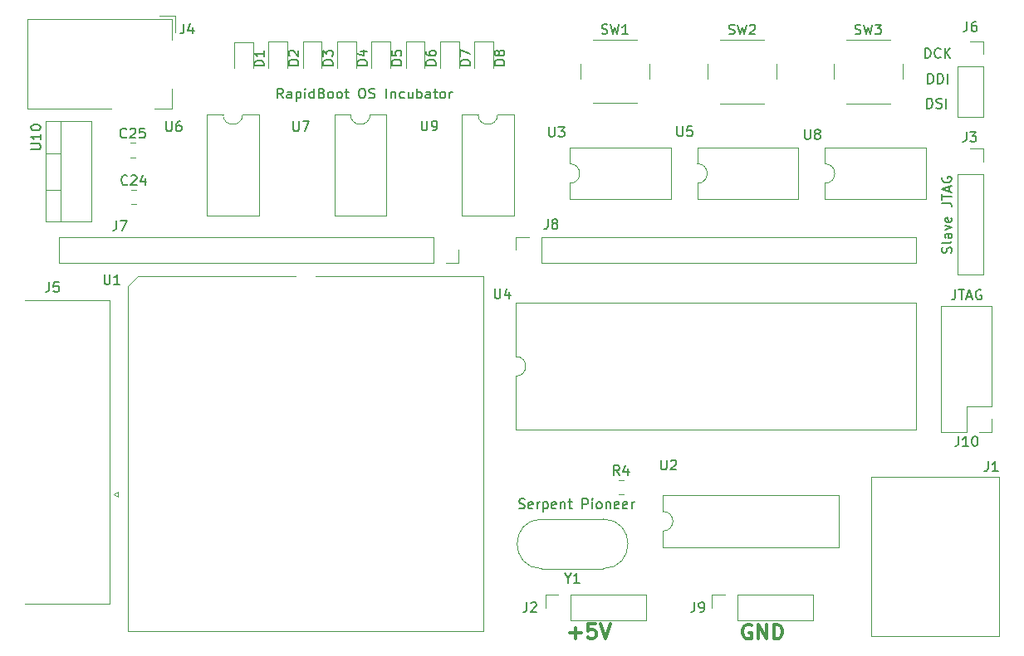
<source format=gbr>
%TF.GenerationSoftware,KiCad,Pcbnew,(5.1.10)-1*%
%TF.CreationDate,2022-03-07T13:38:47+08:00*%
%TF.ProjectId,MAX7000-GPU,4d415837-3030-4302-9d47-50552e6b6963,rev?*%
%TF.SameCoordinates,Original*%
%TF.FileFunction,Legend,Top*%
%TF.FilePolarity,Positive*%
%FSLAX46Y46*%
G04 Gerber Fmt 4.6, Leading zero omitted, Abs format (unit mm)*
G04 Created by KiCad (PCBNEW (5.1.10)-1) date 2022-03-07 13:38:47*
%MOMM*%
%LPD*%
G01*
G04 APERTURE LIST*
%ADD10C,0.150000*%
%ADD11C,0.300000*%
%ADD12C,0.120000*%
G04 APERTURE END LIST*
D10*
X274554761Y-74280952D02*
X274602380Y-74138095D01*
X274602380Y-73900000D01*
X274554761Y-73804761D01*
X274507142Y-73757142D01*
X274411904Y-73709523D01*
X274316666Y-73709523D01*
X274221428Y-73757142D01*
X274173809Y-73804761D01*
X274126190Y-73900000D01*
X274078571Y-74090476D01*
X274030952Y-74185714D01*
X273983333Y-74233333D01*
X273888095Y-74280952D01*
X273792857Y-74280952D01*
X273697619Y-74233333D01*
X273650000Y-74185714D01*
X273602380Y-74090476D01*
X273602380Y-73852380D01*
X273650000Y-73709523D01*
X274602380Y-73138095D02*
X274554761Y-73233333D01*
X274459523Y-73280952D01*
X273602380Y-73280952D01*
X274602380Y-72328571D02*
X274078571Y-72328571D01*
X273983333Y-72376190D01*
X273935714Y-72471428D01*
X273935714Y-72661904D01*
X273983333Y-72757142D01*
X274554761Y-72328571D02*
X274602380Y-72423809D01*
X274602380Y-72661904D01*
X274554761Y-72757142D01*
X274459523Y-72804761D01*
X274364285Y-72804761D01*
X274269047Y-72757142D01*
X274221428Y-72661904D01*
X274221428Y-72423809D01*
X274173809Y-72328571D01*
X273935714Y-71947619D02*
X274602380Y-71709523D01*
X273935714Y-71471428D01*
X274554761Y-70709523D02*
X274602380Y-70804761D01*
X274602380Y-70995238D01*
X274554761Y-71090476D01*
X274459523Y-71138095D01*
X274078571Y-71138095D01*
X273983333Y-71090476D01*
X273935714Y-70995238D01*
X273935714Y-70804761D01*
X273983333Y-70709523D01*
X274078571Y-70661904D01*
X274173809Y-70661904D01*
X274269047Y-71138095D01*
X273602380Y-69185714D02*
X274316666Y-69185714D01*
X274459523Y-69233333D01*
X274554761Y-69328571D01*
X274602380Y-69471428D01*
X274602380Y-69566666D01*
X273602380Y-68852380D02*
X273602380Y-68280952D01*
X274602380Y-68566666D02*
X273602380Y-68566666D01*
X274316666Y-67995238D02*
X274316666Y-67519047D01*
X274602380Y-68090476D02*
X273602380Y-67757142D01*
X274602380Y-67423809D01*
X273650000Y-66566666D02*
X273602380Y-66661904D01*
X273602380Y-66804761D01*
X273650000Y-66947619D01*
X273745238Y-67042857D01*
X273840476Y-67090476D01*
X274030952Y-67138095D01*
X274173809Y-67138095D01*
X274364285Y-67090476D01*
X274459523Y-67042857D01*
X274554761Y-66947619D01*
X274602380Y-66804761D01*
X274602380Y-66709523D01*
X274554761Y-66566666D01*
X274507142Y-66519047D01*
X274173809Y-66519047D01*
X274173809Y-66709523D01*
X206438095Y-58502380D02*
X206104761Y-58026190D01*
X205866666Y-58502380D02*
X205866666Y-57502380D01*
X206247619Y-57502380D01*
X206342857Y-57550000D01*
X206390476Y-57597619D01*
X206438095Y-57692857D01*
X206438095Y-57835714D01*
X206390476Y-57930952D01*
X206342857Y-57978571D01*
X206247619Y-58026190D01*
X205866666Y-58026190D01*
X207295238Y-58502380D02*
X207295238Y-57978571D01*
X207247619Y-57883333D01*
X207152380Y-57835714D01*
X206961904Y-57835714D01*
X206866666Y-57883333D01*
X207295238Y-58454761D02*
X207200000Y-58502380D01*
X206961904Y-58502380D01*
X206866666Y-58454761D01*
X206819047Y-58359523D01*
X206819047Y-58264285D01*
X206866666Y-58169047D01*
X206961904Y-58121428D01*
X207200000Y-58121428D01*
X207295238Y-58073809D01*
X207771428Y-57835714D02*
X207771428Y-58835714D01*
X207771428Y-57883333D02*
X207866666Y-57835714D01*
X208057142Y-57835714D01*
X208152380Y-57883333D01*
X208200000Y-57930952D01*
X208247619Y-58026190D01*
X208247619Y-58311904D01*
X208200000Y-58407142D01*
X208152380Y-58454761D01*
X208057142Y-58502380D01*
X207866666Y-58502380D01*
X207771428Y-58454761D01*
X208676190Y-58502380D02*
X208676190Y-57835714D01*
X208676190Y-57502380D02*
X208628571Y-57550000D01*
X208676190Y-57597619D01*
X208723809Y-57550000D01*
X208676190Y-57502380D01*
X208676190Y-57597619D01*
X209580952Y-58502380D02*
X209580952Y-57502380D01*
X209580952Y-58454761D02*
X209485714Y-58502380D01*
X209295238Y-58502380D01*
X209200000Y-58454761D01*
X209152380Y-58407142D01*
X209104761Y-58311904D01*
X209104761Y-58026190D01*
X209152380Y-57930952D01*
X209200000Y-57883333D01*
X209295238Y-57835714D01*
X209485714Y-57835714D01*
X209580952Y-57883333D01*
X210390476Y-57978571D02*
X210533333Y-58026190D01*
X210580952Y-58073809D01*
X210628571Y-58169047D01*
X210628571Y-58311904D01*
X210580952Y-58407142D01*
X210533333Y-58454761D01*
X210438095Y-58502380D01*
X210057142Y-58502380D01*
X210057142Y-57502380D01*
X210390476Y-57502380D01*
X210485714Y-57550000D01*
X210533333Y-57597619D01*
X210580952Y-57692857D01*
X210580952Y-57788095D01*
X210533333Y-57883333D01*
X210485714Y-57930952D01*
X210390476Y-57978571D01*
X210057142Y-57978571D01*
X211200000Y-58502380D02*
X211104761Y-58454761D01*
X211057142Y-58407142D01*
X211009523Y-58311904D01*
X211009523Y-58026190D01*
X211057142Y-57930952D01*
X211104761Y-57883333D01*
X211200000Y-57835714D01*
X211342857Y-57835714D01*
X211438095Y-57883333D01*
X211485714Y-57930952D01*
X211533333Y-58026190D01*
X211533333Y-58311904D01*
X211485714Y-58407142D01*
X211438095Y-58454761D01*
X211342857Y-58502380D01*
X211200000Y-58502380D01*
X212104761Y-58502380D02*
X212009523Y-58454761D01*
X211961904Y-58407142D01*
X211914285Y-58311904D01*
X211914285Y-58026190D01*
X211961904Y-57930952D01*
X212009523Y-57883333D01*
X212104761Y-57835714D01*
X212247619Y-57835714D01*
X212342857Y-57883333D01*
X212390476Y-57930952D01*
X212438095Y-58026190D01*
X212438095Y-58311904D01*
X212390476Y-58407142D01*
X212342857Y-58454761D01*
X212247619Y-58502380D01*
X212104761Y-58502380D01*
X212723809Y-57835714D02*
X213104761Y-57835714D01*
X212866666Y-57502380D02*
X212866666Y-58359523D01*
X212914285Y-58454761D01*
X213009523Y-58502380D01*
X213104761Y-58502380D01*
X214390476Y-57502380D02*
X214580952Y-57502380D01*
X214676190Y-57550000D01*
X214771428Y-57645238D01*
X214819047Y-57835714D01*
X214819047Y-58169047D01*
X214771428Y-58359523D01*
X214676190Y-58454761D01*
X214580952Y-58502380D01*
X214390476Y-58502380D01*
X214295238Y-58454761D01*
X214200000Y-58359523D01*
X214152380Y-58169047D01*
X214152380Y-57835714D01*
X214200000Y-57645238D01*
X214295238Y-57550000D01*
X214390476Y-57502380D01*
X215200000Y-58454761D02*
X215342857Y-58502380D01*
X215580952Y-58502380D01*
X215676190Y-58454761D01*
X215723809Y-58407142D01*
X215771428Y-58311904D01*
X215771428Y-58216666D01*
X215723809Y-58121428D01*
X215676190Y-58073809D01*
X215580952Y-58026190D01*
X215390476Y-57978571D01*
X215295238Y-57930952D01*
X215247619Y-57883333D01*
X215200000Y-57788095D01*
X215200000Y-57692857D01*
X215247619Y-57597619D01*
X215295238Y-57550000D01*
X215390476Y-57502380D01*
X215628571Y-57502380D01*
X215771428Y-57550000D01*
X216961904Y-58502380D02*
X216961904Y-57502380D01*
X217438095Y-57835714D02*
X217438095Y-58502380D01*
X217438095Y-57930952D02*
X217485714Y-57883333D01*
X217580952Y-57835714D01*
X217723809Y-57835714D01*
X217819047Y-57883333D01*
X217866666Y-57978571D01*
X217866666Y-58502380D01*
X218771428Y-58454761D02*
X218676190Y-58502380D01*
X218485714Y-58502380D01*
X218390476Y-58454761D01*
X218342857Y-58407142D01*
X218295238Y-58311904D01*
X218295238Y-58026190D01*
X218342857Y-57930952D01*
X218390476Y-57883333D01*
X218485714Y-57835714D01*
X218676190Y-57835714D01*
X218771428Y-57883333D01*
X219628571Y-57835714D02*
X219628571Y-58502380D01*
X219200000Y-57835714D02*
X219200000Y-58359523D01*
X219247619Y-58454761D01*
X219342857Y-58502380D01*
X219485714Y-58502380D01*
X219580952Y-58454761D01*
X219628571Y-58407142D01*
X220104761Y-58502380D02*
X220104761Y-57502380D01*
X220104761Y-57883333D02*
X220200000Y-57835714D01*
X220390476Y-57835714D01*
X220485714Y-57883333D01*
X220533333Y-57930952D01*
X220580952Y-58026190D01*
X220580952Y-58311904D01*
X220533333Y-58407142D01*
X220485714Y-58454761D01*
X220390476Y-58502380D01*
X220200000Y-58502380D01*
X220104761Y-58454761D01*
X221438095Y-58502380D02*
X221438095Y-57978571D01*
X221390476Y-57883333D01*
X221295238Y-57835714D01*
X221104761Y-57835714D01*
X221009523Y-57883333D01*
X221438095Y-58454761D02*
X221342857Y-58502380D01*
X221104761Y-58502380D01*
X221009523Y-58454761D01*
X220961904Y-58359523D01*
X220961904Y-58264285D01*
X221009523Y-58169047D01*
X221104761Y-58121428D01*
X221342857Y-58121428D01*
X221438095Y-58073809D01*
X221771428Y-57835714D02*
X222152380Y-57835714D01*
X221914285Y-57502380D02*
X221914285Y-58359523D01*
X221961904Y-58454761D01*
X222057142Y-58502380D01*
X222152380Y-58502380D01*
X222628571Y-58502380D02*
X222533333Y-58454761D01*
X222485714Y-58407142D01*
X222438095Y-58311904D01*
X222438095Y-58026190D01*
X222485714Y-57930952D01*
X222533333Y-57883333D01*
X222628571Y-57835714D01*
X222771428Y-57835714D01*
X222866666Y-57883333D01*
X222914285Y-57930952D01*
X222961904Y-58026190D01*
X222961904Y-58311904D01*
X222914285Y-58407142D01*
X222866666Y-58454761D01*
X222771428Y-58502380D01*
X222628571Y-58502380D01*
X223390476Y-58502380D02*
X223390476Y-57835714D01*
X223390476Y-58026190D02*
X223438095Y-57930952D01*
X223485714Y-57883333D01*
X223580952Y-57835714D01*
X223676190Y-57835714D01*
X230491666Y-100354761D02*
X230634523Y-100402380D01*
X230872619Y-100402380D01*
X230967857Y-100354761D01*
X231015476Y-100307142D01*
X231063095Y-100211904D01*
X231063095Y-100116666D01*
X231015476Y-100021428D01*
X230967857Y-99973809D01*
X230872619Y-99926190D01*
X230682142Y-99878571D01*
X230586904Y-99830952D01*
X230539285Y-99783333D01*
X230491666Y-99688095D01*
X230491666Y-99592857D01*
X230539285Y-99497619D01*
X230586904Y-99450000D01*
X230682142Y-99402380D01*
X230920238Y-99402380D01*
X231063095Y-99450000D01*
X231872619Y-100354761D02*
X231777380Y-100402380D01*
X231586904Y-100402380D01*
X231491666Y-100354761D01*
X231444047Y-100259523D01*
X231444047Y-99878571D01*
X231491666Y-99783333D01*
X231586904Y-99735714D01*
X231777380Y-99735714D01*
X231872619Y-99783333D01*
X231920238Y-99878571D01*
X231920238Y-99973809D01*
X231444047Y-100069047D01*
X232348809Y-100402380D02*
X232348809Y-99735714D01*
X232348809Y-99926190D02*
X232396428Y-99830952D01*
X232444047Y-99783333D01*
X232539285Y-99735714D01*
X232634523Y-99735714D01*
X232967857Y-99735714D02*
X232967857Y-100735714D01*
X232967857Y-99783333D02*
X233063095Y-99735714D01*
X233253571Y-99735714D01*
X233348809Y-99783333D01*
X233396428Y-99830952D01*
X233444047Y-99926190D01*
X233444047Y-100211904D01*
X233396428Y-100307142D01*
X233348809Y-100354761D01*
X233253571Y-100402380D01*
X233063095Y-100402380D01*
X232967857Y-100354761D01*
X234253571Y-100354761D02*
X234158333Y-100402380D01*
X233967857Y-100402380D01*
X233872619Y-100354761D01*
X233825000Y-100259523D01*
X233825000Y-99878571D01*
X233872619Y-99783333D01*
X233967857Y-99735714D01*
X234158333Y-99735714D01*
X234253571Y-99783333D01*
X234301190Y-99878571D01*
X234301190Y-99973809D01*
X233825000Y-100069047D01*
X234729761Y-99735714D02*
X234729761Y-100402380D01*
X234729761Y-99830952D02*
X234777380Y-99783333D01*
X234872619Y-99735714D01*
X235015476Y-99735714D01*
X235110714Y-99783333D01*
X235158333Y-99878571D01*
X235158333Y-100402380D01*
X235491666Y-99735714D02*
X235872619Y-99735714D01*
X235634523Y-99402380D02*
X235634523Y-100259523D01*
X235682142Y-100354761D01*
X235777380Y-100402380D01*
X235872619Y-100402380D01*
X236967857Y-100402380D02*
X236967857Y-99402380D01*
X237348809Y-99402380D01*
X237444047Y-99450000D01*
X237491666Y-99497619D01*
X237539285Y-99592857D01*
X237539285Y-99735714D01*
X237491666Y-99830952D01*
X237444047Y-99878571D01*
X237348809Y-99926190D01*
X236967857Y-99926190D01*
X237967857Y-100402380D02*
X237967857Y-99735714D01*
X237967857Y-99402380D02*
X237920238Y-99450000D01*
X237967857Y-99497619D01*
X238015476Y-99450000D01*
X237967857Y-99402380D01*
X237967857Y-99497619D01*
X238586904Y-100402380D02*
X238491666Y-100354761D01*
X238444047Y-100307142D01*
X238396428Y-100211904D01*
X238396428Y-99926190D01*
X238444047Y-99830952D01*
X238491666Y-99783333D01*
X238586904Y-99735714D01*
X238729761Y-99735714D01*
X238825000Y-99783333D01*
X238872619Y-99830952D01*
X238920238Y-99926190D01*
X238920238Y-100211904D01*
X238872619Y-100307142D01*
X238825000Y-100354761D01*
X238729761Y-100402380D01*
X238586904Y-100402380D01*
X239348809Y-99735714D02*
X239348809Y-100402380D01*
X239348809Y-99830952D02*
X239396428Y-99783333D01*
X239491666Y-99735714D01*
X239634523Y-99735714D01*
X239729761Y-99783333D01*
X239777380Y-99878571D01*
X239777380Y-100402380D01*
X240634523Y-100354761D02*
X240539285Y-100402380D01*
X240348809Y-100402380D01*
X240253571Y-100354761D01*
X240205952Y-100259523D01*
X240205952Y-99878571D01*
X240253571Y-99783333D01*
X240348809Y-99735714D01*
X240539285Y-99735714D01*
X240634523Y-99783333D01*
X240682142Y-99878571D01*
X240682142Y-99973809D01*
X240205952Y-100069047D01*
X241491666Y-100354761D02*
X241396428Y-100402380D01*
X241205952Y-100402380D01*
X241110714Y-100354761D01*
X241063095Y-100259523D01*
X241063095Y-99878571D01*
X241110714Y-99783333D01*
X241205952Y-99735714D01*
X241396428Y-99735714D01*
X241491666Y-99783333D01*
X241539285Y-99878571D01*
X241539285Y-99973809D01*
X241063095Y-100069047D01*
X241967857Y-100402380D02*
X241967857Y-99735714D01*
X241967857Y-99926190D02*
X242015476Y-99830952D01*
X242063095Y-99783333D01*
X242158333Y-99735714D01*
X242253571Y-99735714D01*
X272073809Y-59527380D02*
X272073809Y-58527380D01*
X272311904Y-58527380D01*
X272454761Y-58575000D01*
X272550000Y-58670238D01*
X272597619Y-58765476D01*
X272645238Y-58955952D01*
X272645238Y-59098809D01*
X272597619Y-59289285D01*
X272550000Y-59384523D01*
X272454761Y-59479761D01*
X272311904Y-59527380D01*
X272073809Y-59527380D01*
X273026190Y-59479761D02*
X273169047Y-59527380D01*
X273407142Y-59527380D01*
X273502380Y-59479761D01*
X273550000Y-59432142D01*
X273597619Y-59336904D01*
X273597619Y-59241666D01*
X273550000Y-59146428D01*
X273502380Y-59098809D01*
X273407142Y-59051190D01*
X273216666Y-59003571D01*
X273121428Y-58955952D01*
X273073809Y-58908333D01*
X273026190Y-58813095D01*
X273026190Y-58717857D01*
X273073809Y-58622619D01*
X273121428Y-58575000D01*
X273216666Y-58527380D01*
X273454761Y-58527380D01*
X273597619Y-58575000D01*
X274026190Y-59527380D02*
X274026190Y-58527380D01*
X272175000Y-57002380D02*
X272175000Y-56002380D01*
X272413095Y-56002380D01*
X272555952Y-56050000D01*
X272651190Y-56145238D01*
X272698809Y-56240476D01*
X272746428Y-56430952D01*
X272746428Y-56573809D01*
X272698809Y-56764285D01*
X272651190Y-56859523D01*
X272555952Y-56954761D01*
X272413095Y-57002380D01*
X272175000Y-57002380D01*
X273175000Y-57002380D02*
X273175000Y-56002380D01*
X273413095Y-56002380D01*
X273555952Y-56050000D01*
X273651190Y-56145238D01*
X273698809Y-56240476D01*
X273746428Y-56430952D01*
X273746428Y-56573809D01*
X273698809Y-56764285D01*
X273651190Y-56859523D01*
X273555952Y-56954761D01*
X273413095Y-57002380D01*
X273175000Y-57002380D01*
X274175000Y-57002380D02*
X274175000Y-56002380D01*
X271888095Y-54402380D02*
X271888095Y-53402380D01*
X272126190Y-53402380D01*
X272269047Y-53450000D01*
X272364285Y-53545238D01*
X272411904Y-53640476D01*
X272459523Y-53830952D01*
X272459523Y-53973809D01*
X272411904Y-54164285D01*
X272364285Y-54259523D01*
X272269047Y-54354761D01*
X272126190Y-54402380D01*
X271888095Y-54402380D01*
X273459523Y-54307142D02*
X273411904Y-54354761D01*
X273269047Y-54402380D01*
X273173809Y-54402380D01*
X273030952Y-54354761D01*
X272935714Y-54259523D01*
X272888095Y-54164285D01*
X272840476Y-53973809D01*
X272840476Y-53830952D01*
X272888095Y-53640476D01*
X272935714Y-53545238D01*
X273030952Y-53450000D01*
X273173809Y-53402380D01*
X273269047Y-53402380D01*
X273411904Y-53450000D01*
X273459523Y-53497619D01*
X273888095Y-54402380D02*
X273888095Y-53402380D01*
X274459523Y-54402380D02*
X274030952Y-53830952D01*
X274459523Y-53402380D02*
X273888095Y-53973809D01*
X274983333Y-78052380D02*
X274983333Y-78766666D01*
X274935714Y-78909523D01*
X274840476Y-79004761D01*
X274697619Y-79052380D01*
X274602380Y-79052380D01*
X275316666Y-78052380D02*
X275888095Y-78052380D01*
X275602380Y-79052380D02*
X275602380Y-78052380D01*
X276173809Y-78766666D02*
X276650000Y-78766666D01*
X276078571Y-79052380D02*
X276411904Y-78052380D01*
X276745238Y-79052380D01*
X277602380Y-78100000D02*
X277507142Y-78052380D01*
X277364285Y-78052380D01*
X277221428Y-78100000D01*
X277126190Y-78195238D01*
X277078571Y-78290476D01*
X277030952Y-78480952D01*
X277030952Y-78623809D01*
X277078571Y-78814285D01*
X277126190Y-78909523D01*
X277221428Y-79004761D01*
X277364285Y-79052380D01*
X277459523Y-79052380D01*
X277602380Y-79004761D01*
X277650000Y-78957142D01*
X277650000Y-78623809D01*
X277459523Y-78623809D01*
D11*
X254157142Y-112275000D02*
X254014285Y-112203571D01*
X253800000Y-112203571D01*
X253585714Y-112275000D01*
X253442857Y-112417857D01*
X253371428Y-112560714D01*
X253300000Y-112846428D01*
X253300000Y-113060714D01*
X253371428Y-113346428D01*
X253442857Y-113489285D01*
X253585714Y-113632142D01*
X253800000Y-113703571D01*
X253942857Y-113703571D01*
X254157142Y-113632142D01*
X254228571Y-113560714D01*
X254228571Y-113060714D01*
X253942857Y-113060714D01*
X254871428Y-113703571D02*
X254871428Y-112203571D01*
X255728571Y-113703571D01*
X255728571Y-112203571D01*
X256442857Y-113703571D02*
X256442857Y-112203571D01*
X256800000Y-112203571D01*
X257014285Y-112275000D01*
X257157142Y-112417857D01*
X257228571Y-112560714D01*
X257300000Y-112846428D01*
X257300000Y-113060714D01*
X257228571Y-113346428D01*
X257157142Y-113489285D01*
X257014285Y-113632142D01*
X256800000Y-113703571D01*
X256442857Y-113703571D01*
X235696428Y-113107142D02*
X236839285Y-113107142D01*
X236267857Y-113678571D02*
X236267857Y-112535714D01*
X238267857Y-112178571D02*
X237553571Y-112178571D01*
X237482142Y-112892857D01*
X237553571Y-112821428D01*
X237696428Y-112750000D01*
X238053571Y-112750000D01*
X238196428Y-112821428D01*
X238267857Y-112892857D01*
X238339285Y-113035714D01*
X238339285Y-113392857D01*
X238267857Y-113535714D01*
X238196428Y-113607142D01*
X238053571Y-113678571D01*
X237696428Y-113678571D01*
X237553571Y-113607142D01*
X237482142Y-113535714D01*
X238767857Y-112178571D02*
X239267857Y-113678571D01*
X239767857Y-112178571D01*
D12*
%TO.C,J10*%
X278705000Y-92580000D02*
X277375000Y-92580000D01*
X278705000Y-91250000D02*
X278705000Y-92580000D01*
X276105000Y-92580000D02*
X273505000Y-92580000D01*
X276105000Y-89980000D02*
X276105000Y-92580000D01*
X278705000Y-89980000D02*
X276105000Y-89980000D01*
X273505000Y-92580000D02*
X273505000Y-79760000D01*
X278705000Y-89980000D02*
X278705000Y-79760000D01*
X278705000Y-79760000D02*
X273505000Y-79760000D01*
%TO.C,J3*%
X275170000Y-66270000D02*
X277830000Y-66270000D01*
X275170000Y-66270000D02*
X275170000Y-76490000D01*
X275170000Y-76490000D02*
X277830000Y-76490000D01*
X277830000Y-66270000D02*
X277830000Y-76490000D01*
X277830000Y-63670000D02*
X277830000Y-65000000D01*
X276500000Y-63670000D02*
X277830000Y-63670000D01*
%TO.C,Y1*%
X239065000Y-106525000D02*
X232815000Y-106525000D01*
X239065000Y-101475000D02*
X232815000Y-101475000D01*
X232815000Y-101475000D02*
G75*
G03*
X232815000Y-106525000I0J-2525000D01*
G01*
X239065000Y-101475000D02*
G75*
G02*
X239065000Y-106525000I0J-2525000D01*
G01*
%TO.C,U10*%
X182230000Y-71120000D02*
X182230000Y-60880000D01*
X186871000Y-71120000D02*
X186871000Y-60880000D01*
X182230000Y-71120000D02*
X186871000Y-71120000D01*
X182230000Y-60880000D02*
X186871000Y-60880000D01*
X183740000Y-71120000D02*
X183740000Y-60880000D01*
X182230000Y-67850000D02*
X183740000Y-67850000D01*
X182230000Y-64149000D02*
X183740000Y-64149000D01*
%TO.C,U9*%
X226310000Y-60170000D02*
X224660000Y-60170000D01*
X224660000Y-60170000D02*
X224660000Y-70450000D01*
X224660000Y-70450000D02*
X229960000Y-70450000D01*
X229960000Y-70450000D02*
X229960000Y-60170000D01*
X229960000Y-60170000D02*
X228310000Y-60170000D01*
X228310000Y-60170000D02*
G75*
G02*
X226310000Y-60170000I-1000000J0D01*
G01*
%TO.C,U8*%
X261670000Y-67190000D02*
X261670000Y-68840000D01*
X261670000Y-68840000D02*
X271950000Y-68840000D01*
X271950000Y-68840000D02*
X271950000Y-63540000D01*
X271950000Y-63540000D02*
X261670000Y-63540000D01*
X261670000Y-63540000D02*
X261670000Y-65190000D01*
X261670000Y-65190000D02*
G75*
G02*
X261670000Y-67190000I0J-1000000D01*
G01*
%TO.C,U7*%
X213310000Y-60170000D02*
X211660000Y-60170000D01*
X211660000Y-60170000D02*
X211660000Y-70450000D01*
X211660000Y-70450000D02*
X216960000Y-70450000D01*
X216960000Y-70450000D02*
X216960000Y-60170000D01*
X216960000Y-60170000D02*
X215310000Y-60170000D01*
X215310000Y-60170000D02*
G75*
G02*
X213310000Y-60170000I-1000000J0D01*
G01*
%TO.C,U6*%
X200310000Y-60170000D02*
X198660000Y-60170000D01*
X198660000Y-60170000D02*
X198660000Y-70450000D01*
X198660000Y-70450000D02*
X203960000Y-70450000D01*
X203960000Y-70450000D02*
X203960000Y-60170000D01*
X203960000Y-60170000D02*
X202310000Y-60170000D01*
X202310000Y-60170000D02*
G75*
G02*
X200310000Y-60170000I-1000000J0D01*
G01*
%TO.C,U5*%
X248670000Y-63540000D02*
X248670000Y-65190000D01*
X258950000Y-63540000D02*
X248670000Y-63540000D01*
X258950000Y-68840000D02*
X258950000Y-63540000D01*
X248670000Y-68840000D02*
X258950000Y-68840000D01*
X248670000Y-67190000D02*
X248670000Y-68840000D01*
X248670000Y-65190000D02*
G75*
G02*
X248670000Y-67190000I0J-1000000D01*
G01*
%TO.C,U4*%
X230170000Y-86880000D02*
X230170000Y-92340000D01*
X230170000Y-92340000D02*
X270930000Y-92340000D01*
X270930000Y-92340000D02*
X270930000Y-79420000D01*
X270930000Y-79420000D02*
X230170000Y-79420000D01*
X230170000Y-79420000D02*
X230170000Y-84880000D01*
X230170000Y-84880000D02*
G75*
G02*
X230170000Y-86880000I0J-1000000D01*
G01*
%TO.C,U3*%
X235670000Y-67190000D02*
X235670000Y-68840000D01*
X235670000Y-68840000D02*
X245950000Y-68840000D01*
X245950000Y-68840000D02*
X245950000Y-63540000D01*
X245950000Y-63540000D02*
X235670000Y-63540000D01*
X235670000Y-63540000D02*
X235670000Y-65190000D01*
X235670000Y-65190000D02*
G75*
G02*
X235670000Y-67190000I0J-1000000D01*
G01*
%TO.C,U2*%
X245170000Y-102690000D02*
X245170000Y-104340000D01*
X245170000Y-104340000D02*
X263070000Y-104340000D01*
X263070000Y-104340000D02*
X263070000Y-99040000D01*
X263070000Y-99040000D02*
X245170000Y-99040000D01*
X245170000Y-99040000D02*
X245170000Y-100690000D01*
X245170000Y-100690000D02*
G75*
G02*
X245170000Y-102690000I0J-1000000D01*
G01*
%TO.C,U1*%
X207740000Y-76690000D02*
X191615000Y-76690000D01*
X191615000Y-76690000D02*
X190615000Y-77690000D01*
X190615000Y-77690000D02*
X190615000Y-112910000D01*
X190615000Y-112910000D02*
X226865000Y-112910000D01*
X226865000Y-112910000D02*
X226865000Y-76690000D01*
X226865000Y-76690000D02*
X209740000Y-76690000D01*
%TO.C,SW3*%
X263825000Y-59025000D02*
X268325000Y-59025000D01*
X262575000Y-55025000D02*
X262575000Y-56525000D01*
X268325000Y-52525000D02*
X263825000Y-52525000D01*
X269575000Y-56525000D02*
X269575000Y-55025000D01*
%TO.C,SW2*%
X250975000Y-59025000D02*
X255475000Y-59025000D01*
X249725000Y-55025000D02*
X249725000Y-56525000D01*
X255475000Y-52525000D02*
X250975000Y-52525000D01*
X256725000Y-56525000D02*
X256725000Y-55025000D01*
%TO.C,SW1*%
X238000000Y-59000000D02*
X242500000Y-59000000D01*
X236750000Y-55000000D02*
X236750000Y-56500000D01*
X242500000Y-52500000D02*
X238000000Y-52500000D01*
X243750000Y-56500000D02*
X243750000Y-55000000D01*
%TO.C,R4*%
X240672936Y-97465000D02*
X241127064Y-97465000D01*
X240672936Y-98935000D02*
X241127064Y-98935000D01*
%TO.C,J9*%
X252770000Y-111830000D02*
X252770000Y-109170000D01*
X252770000Y-111830000D02*
X260450000Y-111830000D01*
X260450000Y-111830000D02*
X260450000Y-109170000D01*
X252770000Y-109170000D02*
X260450000Y-109170000D01*
X250170000Y-109170000D02*
X251500000Y-109170000D01*
X250170000Y-110500000D02*
X250170000Y-109170000D01*
%TO.C,J8*%
X232770000Y-75330000D02*
X232770000Y-72670000D01*
X232770000Y-75330000D02*
X270930000Y-75330000D01*
X270930000Y-75330000D02*
X270930000Y-72670000D01*
X232770000Y-72670000D02*
X270930000Y-72670000D01*
X230170000Y-72670000D02*
X231500000Y-72670000D01*
X230170000Y-74000000D02*
X230170000Y-72670000D01*
%TO.C,J7*%
X221730000Y-72670000D02*
X221730000Y-75330000D01*
X221730000Y-72670000D02*
X183570000Y-72670000D01*
X183570000Y-72670000D02*
X183570000Y-75330000D01*
X221730000Y-75330000D02*
X183570000Y-75330000D01*
X224330000Y-75330000D02*
X223000000Y-75330000D01*
X224330000Y-74000000D02*
X224330000Y-75330000D01*
%TO.C,J6*%
X275170000Y-55270000D02*
X277830000Y-55270000D01*
X275170000Y-55270000D02*
X275170000Y-60410000D01*
X275170000Y-60410000D02*
X277830000Y-60410000D01*
X277830000Y-55270000D02*
X277830000Y-60410000D01*
X277830000Y-52670000D02*
X277830000Y-54000000D01*
X276500000Y-52670000D02*
X277830000Y-52670000D01*
%TO.C,J5*%
X180120000Y-79135000D02*
X188720000Y-79135000D01*
X188720000Y-79135000D02*
X188720000Y-110105000D01*
X188720000Y-110105000D02*
X180120000Y-110105000D01*
X189614338Y-98685000D02*
X189614338Y-99185000D01*
X189614338Y-99185000D02*
X189181325Y-98935000D01*
X189181325Y-98935000D02*
X189614338Y-98685000D01*
%TO.C,J4*%
X188900000Y-59600000D02*
X180400000Y-59600000D01*
X180400000Y-59600000D02*
X180400000Y-50400000D01*
X180400000Y-50400000D02*
X195100000Y-50400000D01*
X195100000Y-57500000D02*
X195100000Y-59600000D01*
X195100000Y-59600000D02*
X193300000Y-59600000D01*
X195400000Y-51800000D02*
X195400000Y-50100000D01*
X195400000Y-50100000D02*
X193800000Y-50100000D01*
X195100000Y-50400000D02*
X195100000Y-52500000D01*
%TO.C,J2*%
X235770000Y-111830000D02*
X235770000Y-109170000D01*
X235770000Y-111830000D02*
X243450000Y-111830000D01*
X243450000Y-111830000D02*
X243450000Y-109170000D01*
X235770000Y-109170000D02*
X243450000Y-109170000D01*
X233170000Y-109170000D02*
X234500000Y-109170000D01*
X233170000Y-110500000D02*
X233170000Y-109170000D01*
%TO.C,J1*%
X266400000Y-97200000D02*
X279400000Y-97200000D01*
X266400000Y-113400000D02*
X279400000Y-113400000D01*
X266400000Y-113400000D02*
X266400000Y-97200000D01*
X279400000Y-113400000D02*
X279400000Y-97200000D01*
%TO.C,D8*%
X227860000Y-55400000D02*
X227860000Y-52715000D01*
X227860000Y-52715000D02*
X225940000Y-52715000D01*
X225940000Y-52715000D02*
X225940000Y-55400000D01*
%TO.C,D7*%
X224360000Y-55400000D02*
X224360000Y-52715000D01*
X224360000Y-52715000D02*
X222440000Y-52715000D01*
X222440000Y-52715000D02*
X222440000Y-55400000D01*
%TO.C,D6*%
X220860000Y-55400000D02*
X220860000Y-52715000D01*
X220860000Y-52715000D02*
X218940000Y-52715000D01*
X218940000Y-52715000D02*
X218940000Y-55400000D01*
%TO.C,D5*%
X217360000Y-55400000D02*
X217360000Y-52715000D01*
X217360000Y-52715000D02*
X215440000Y-52715000D01*
X215440000Y-52715000D02*
X215440000Y-55400000D01*
%TO.C,D4*%
X213860000Y-55400000D02*
X213860000Y-52715000D01*
X213860000Y-52715000D02*
X211940000Y-52715000D01*
X211940000Y-52715000D02*
X211940000Y-55400000D01*
%TO.C,D3*%
X210360000Y-55400000D02*
X210360000Y-52715000D01*
X210360000Y-52715000D02*
X208440000Y-52715000D01*
X208440000Y-52715000D02*
X208440000Y-55400000D01*
%TO.C,D2*%
X206860000Y-55400000D02*
X206860000Y-52715000D01*
X206860000Y-52715000D02*
X204940000Y-52715000D01*
X204940000Y-52715000D02*
X204940000Y-55400000D01*
%TO.C,D1*%
X203360000Y-55462500D02*
X203360000Y-52777500D01*
X203360000Y-52777500D02*
X201440000Y-52777500D01*
X201440000Y-52777500D02*
X201440000Y-55462500D01*
%TO.C,C25*%
X190838748Y-63065000D02*
X191361252Y-63065000D01*
X190838748Y-64535000D02*
X191361252Y-64535000D01*
%TO.C,C24*%
X190938748Y-67865000D02*
X191461252Y-67865000D01*
X190938748Y-69335000D02*
X191461252Y-69335000D01*
%TO.C,J10*%
D10*
X275295476Y-93032380D02*
X275295476Y-93746666D01*
X275247857Y-93889523D01*
X275152619Y-93984761D01*
X275009761Y-94032380D01*
X274914523Y-94032380D01*
X276295476Y-94032380D02*
X275724047Y-94032380D01*
X276009761Y-94032380D02*
X276009761Y-93032380D01*
X275914523Y-93175238D01*
X275819285Y-93270476D01*
X275724047Y-93318095D01*
X276914523Y-93032380D02*
X277009761Y-93032380D01*
X277105000Y-93080000D01*
X277152619Y-93127619D01*
X277200238Y-93222857D01*
X277247857Y-93413333D01*
X277247857Y-93651428D01*
X277200238Y-93841904D01*
X277152619Y-93937142D01*
X277105000Y-93984761D01*
X277009761Y-94032380D01*
X276914523Y-94032380D01*
X276819285Y-93984761D01*
X276771666Y-93937142D01*
X276724047Y-93841904D01*
X276676428Y-93651428D01*
X276676428Y-93413333D01*
X276724047Y-93222857D01*
X276771666Y-93127619D01*
X276819285Y-93080000D01*
X276914523Y-93032380D01*
%TO.C,J3*%
X276091666Y-61952380D02*
X276091666Y-62666666D01*
X276044047Y-62809523D01*
X275948809Y-62904761D01*
X275805952Y-62952380D01*
X275710714Y-62952380D01*
X276472619Y-61952380D02*
X277091666Y-61952380D01*
X276758333Y-62333333D01*
X276901190Y-62333333D01*
X276996428Y-62380952D01*
X277044047Y-62428571D01*
X277091666Y-62523809D01*
X277091666Y-62761904D01*
X277044047Y-62857142D01*
X276996428Y-62904761D01*
X276901190Y-62952380D01*
X276615476Y-62952380D01*
X276520238Y-62904761D01*
X276472619Y-62857142D01*
%TO.C,Y1*%
X235463809Y-107501190D02*
X235463809Y-107977380D01*
X235130476Y-106977380D02*
X235463809Y-107501190D01*
X235797142Y-106977380D01*
X236654285Y-107977380D02*
X236082857Y-107977380D01*
X236368571Y-107977380D02*
X236368571Y-106977380D01*
X236273333Y-107120238D01*
X236178095Y-107215476D01*
X236082857Y-107263095D01*
%TO.C,U10*%
X180727380Y-63738095D02*
X181536904Y-63738095D01*
X181632142Y-63690476D01*
X181679761Y-63642857D01*
X181727380Y-63547619D01*
X181727380Y-63357142D01*
X181679761Y-63261904D01*
X181632142Y-63214285D01*
X181536904Y-63166666D01*
X180727380Y-63166666D01*
X181727380Y-62166666D02*
X181727380Y-62738095D01*
X181727380Y-62452380D02*
X180727380Y-62452380D01*
X180870238Y-62547619D01*
X180965476Y-62642857D01*
X181013095Y-62738095D01*
X180727380Y-61547619D02*
X180727380Y-61452380D01*
X180775000Y-61357142D01*
X180822619Y-61309523D01*
X180917857Y-61261904D01*
X181108333Y-61214285D01*
X181346428Y-61214285D01*
X181536904Y-61261904D01*
X181632142Y-61309523D01*
X181679761Y-61357142D01*
X181727380Y-61452380D01*
X181727380Y-61547619D01*
X181679761Y-61642857D01*
X181632142Y-61690476D01*
X181536904Y-61738095D01*
X181346428Y-61785714D01*
X181108333Y-61785714D01*
X180917857Y-61738095D01*
X180822619Y-61690476D01*
X180775000Y-61642857D01*
X180727380Y-61547619D01*
%TO.C,U9*%
X220563095Y-60802380D02*
X220563095Y-61611904D01*
X220610714Y-61707142D01*
X220658333Y-61754761D01*
X220753571Y-61802380D01*
X220944047Y-61802380D01*
X221039285Y-61754761D01*
X221086904Y-61707142D01*
X221134523Y-61611904D01*
X221134523Y-60802380D01*
X221658333Y-61802380D02*
X221848809Y-61802380D01*
X221944047Y-61754761D01*
X221991666Y-61707142D01*
X222086904Y-61564285D01*
X222134523Y-61373809D01*
X222134523Y-60992857D01*
X222086904Y-60897619D01*
X222039285Y-60850000D01*
X221944047Y-60802380D01*
X221753571Y-60802380D01*
X221658333Y-60850000D01*
X221610714Y-60897619D01*
X221563095Y-60992857D01*
X221563095Y-61230952D01*
X221610714Y-61326190D01*
X221658333Y-61373809D01*
X221753571Y-61421428D01*
X221944047Y-61421428D01*
X222039285Y-61373809D01*
X222086904Y-61326190D01*
X222134523Y-61230952D01*
%TO.C,U8*%
X259613095Y-61702380D02*
X259613095Y-62511904D01*
X259660714Y-62607142D01*
X259708333Y-62654761D01*
X259803571Y-62702380D01*
X259994047Y-62702380D01*
X260089285Y-62654761D01*
X260136904Y-62607142D01*
X260184523Y-62511904D01*
X260184523Y-61702380D01*
X260803571Y-62130952D02*
X260708333Y-62083333D01*
X260660714Y-62035714D01*
X260613095Y-61940476D01*
X260613095Y-61892857D01*
X260660714Y-61797619D01*
X260708333Y-61750000D01*
X260803571Y-61702380D01*
X260994047Y-61702380D01*
X261089285Y-61750000D01*
X261136904Y-61797619D01*
X261184523Y-61892857D01*
X261184523Y-61940476D01*
X261136904Y-62035714D01*
X261089285Y-62083333D01*
X260994047Y-62130952D01*
X260803571Y-62130952D01*
X260708333Y-62178571D01*
X260660714Y-62226190D01*
X260613095Y-62321428D01*
X260613095Y-62511904D01*
X260660714Y-62607142D01*
X260708333Y-62654761D01*
X260803571Y-62702380D01*
X260994047Y-62702380D01*
X261089285Y-62654761D01*
X261136904Y-62607142D01*
X261184523Y-62511904D01*
X261184523Y-62321428D01*
X261136904Y-62226190D01*
X261089285Y-62178571D01*
X260994047Y-62130952D01*
%TO.C,U7*%
X207488095Y-60877380D02*
X207488095Y-61686904D01*
X207535714Y-61782142D01*
X207583333Y-61829761D01*
X207678571Y-61877380D01*
X207869047Y-61877380D01*
X207964285Y-61829761D01*
X208011904Y-61782142D01*
X208059523Y-61686904D01*
X208059523Y-60877380D01*
X208440476Y-60877380D02*
X209107142Y-60877380D01*
X208678571Y-61877380D01*
%TO.C,U6*%
X194513095Y-60877380D02*
X194513095Y-61686904D01*
X194560714Y-61782142D01*
X194608333Y-61829761D01*
X194703571Y-61877380D01*
X194894047Y-61877380D01*
X194989285Y-61829761D01*
X195036904Y-61782142D01*
X195084523Y-61686904D01*
X195084523Y-60877380D01*
X195989285Y-60877380D02*
X195798809Y-60877380D01*
X195703571Y-60925000D01*
X195655952Y-60972619D01*
X195560714Y-61115476D01*
X195513095Y-61305952D01*
X195513095Y-61686904D01*
X195560714Y-61782142D01*
X195608333Y-61829761D01*
X195703571Y-61877380D01*
X195894047Y-61877380D01*
X195989285Y-61829761D01*
X196036904Y-61782142D01*
X196084523Y-61686904D01*
X196084523Y-61448809D01*
X196036904Y-61353571D01*
X195989285Y-61305952D01*
X195894047Y-61258333D01*
X195703571Y-61258333D01*
X195608333Y-61305952D01*
X195560714Y-61353571D01*
X195513095Y-61448809D01*
%TO.C,U5*%
X246613095Y-61377380D02*
X246613095Y-62186904D01*
X246660714Y-62282142D01*
X246708333Y-62329761D01*
X246803571Y-62377380D01*
X246994047Y-62377380D01*
X247089285Y-62329761D01*
X247136904Y-62282142D01*
X247184523Y-62186904D01*
X247184523Y-61377380D01*
X248136904Y-61377380D02*
X247660714Y-61377380D01*
X247613095Y-61853571D01*
X247660714Y-61805952D01*
X247755952Y-61758333D01*
X247994047Y-61758333D01*
X248089285Y-61805952D01*
X248136904Y-61853571D01*
X248184523Y-61948809D01*
X248184523Y-62186904D01*
X248136904Y-62282142D01*
X248089285Y-62329761D01*
X247994047Y-62377380D01*
X247755952Y-62377380D01*
X247660714Y-62329761D01*
X247613095Y-62282142D01*
%TO.C,U4*%
X228013095Y-77952380D02*
X228013095Y-78761904D01*
X228060714Y-78857142D01*
X228108333Y-78904761D01*
X228203571Y-78952380D01*
X228394047Y-78952380D01*
X228489285Y-78904761D01*
X228536904Y-78857142D01*
X228584523Y-78761904D01*
X228584523Y-77952380D01*
X229489285Y-78285714D02*
X229489285Y-78952380D01*
X229251190Y-77904761D02*
X229013095Y-78619047D01*
X229632142Y-78619047D01*
%TO.C,U3*%
X233538095Y-61452380D02*
X233538095Y-62261904D01*
X233585714Y-62357142D01*
X233633333Y-62404761D01*
X233728571Y-62452380D01*
X233919047Y-62452380D01*
X234014285Y-62404761D01*
X234061904Y-62357142D01*
X234109523Y-62261904D01*
X234109523Y-61452380D01*
X234490476Y-61452380D02*
X235109523Y-61452380D01*
X234776190Y-61833333D01*
X234919047Y-61833333D01*
X235014285Y-61880952D01*
X235061904Y-61928571D01*
X235109523Y-62023809D01*
X235109523Y-62261904D01*
X235061904Y-62357142D01*
X235014285Y-62404761D01*
X234919047Y-62452380D01*
X234633333Y-62452380D01*
X234538095Y-62404761D01*
X234490476Y-62357142D01*
%TO.C,U2*%
X244963095Y-95427380D02*
X244963095Y-96236904D01*
X245010714Y-96332142D01*
X245058333Y-96379761D01*
X245153571Y-96427380D01*
X245344047Y-96427380D01*
X245439285Y-96379761D01*
X245486904Y-96332142D01*
X245534523Y-96236904D01*
X245534523Y-95427380D01*
X245963095Y-95522619D02*
X246010714Y-95475000D01*
X246105952Y-95427380D01*
X246344047Y-95427380D01*
X246439285Y-95475000D01*
X246486904Y-95522619D01*
X246534523Y-95617857D01*
X246534523Y-95713095D01*
X246486904Y-95855952D01*
X245915476Y-96427380D01*
X246534523Y-96427380D01*
%TO.C,U1*%
X188213095Y-76502380D02*
X188213095Y-77311904D01*
X188260714Y-77407142D01*
X188308333Y-77454761D01*
X188403571Y-77502380D01*
X188594047Y-77502380D01*
X188689285Y-77454761D01*
X188736904Y-77407142D01*
X188784523Y-77311904D01*
X188784523Y-76502380D01*
X189784523Y-77502380D02*
X189213095Y-77502380D01*
X189498809Y-77502380D02*
X189498809Y-76502380D01*
X189403571Y-76645238D01*
X189308333Y-76740476D01*
X189213095Y-76788095D01*
%TO.C,SW3*%
X264741666Y-51929761D02*
X264884523Y-51977380D01*
X265122619Y-51977380D01*
X265217857Y-51929761D01*
X265265476Y-51882142D01*
X265313095Y-51786904D01*
X265313095Y-51691666D01*
X265265476Y-51596428D01*
X265217857Y-51548809D01*
X265122619Y-51501190D01*
X264932142Y-51453571D01*
X264836904Y-51405952D01*
X264789285Y-51358333D01*
X264741666Y-51263095D01*
X264741666Y-51167857D01*
X264789285Y-51072619D01*
X264836904Y-51025000D01*
X264932142Y-50977380D01*
X265170238Y-50977380D01*
X265313095Y-51025000D01*
X265646428Y-50977380D02*
X265884523Y-51977380D01*
X266075000Y-51263095D01*
X266265476Y-51977380D01*
X266503571Y-50977380D01*
X266789285Y-50977380D02*
X267408333Y-50977380D01*
X267075000Y-51358333D01*
X267217857Y-51358333D01*
X267313095Y-51405952D01*
X267360714Y-51453571D01*
X267408333Y-51548809D01*
X267408333Y-51786904D01*
X267360714Y-51882142D01*
X267313095Y-51929761D01*
X267217857Y-51977380D01*
X266932142Y-51977380D01*
X266836904Y-51929761D01*
X266789285Y-51882142D01*
%TO.C,SW2*%
X251891666Y-51929761D02*
X252034523Y-51977380D01*
X252272619Y-51977380D01*
X252367857Y-51929761D01*
X252415476Y-51882142D01*
X252463095Y-51786904D01*
X252463095Y-51691666D01*
X252415476Y-51596428D01*
X252367857Y-51548809D01*
X252272619Y-51501190D01*
X252082142Y-51453571D01*
X251986904Y-51405952D01*
X251939285Y-51358333D01*
X251891666Y-51263095D01*
X251891666Y-51167857D01*
X251939285Y-51072619D01*
X251986904Y-51025000D01*
X252082142Y-50977380D01*
X252320238Y-50977380D01*
X252463095Y-51025000D01*
X252796428Y-50977380D02*
X253034523Y-51977380D01*
X253225000Y-51263095D01*
X253415476Y-51977380D01*
X253653571Y-50977380D01*
X253986904Y-51072619D02*
X254034523Y-51025000D01*
X254129761Y-50977380D01*
X254367857Y-50977380D01*
X254463095Y-51025000D01*
X254510714Y-51072619D01*
X254558333Y-51167857D01*
X254558333Y-51263095D01*
X254510714Y-51405952D01*
X253939285Y-51977380D01*
X254558333Y-51977380D01*
%TO.C,SW1*%
X238916666Y-51904761D02*
X239059523Y-51952380D01*
X239297619Y-51952380D01*
X239392857Y-51904761D01*
X239440476Y-51857142D01*
X239488095Y-51761904D01*
X239488095Y-51666666D01*
X239440476Y-51571428D01*
X239392857Y-51523809D01*
X239297619Y-51476190D01*
X239107142Y-51428571D01*
X239011904Y-51380952D01*
X238964285Y-51333333D01*
X238916666Y-51238095D01*
X238916666Y-51142857D01*
X238964285Y-51047619D01*
X239011904Y-51000000D01*
X239107142Y-50952380D01*
X239345238Y-50952380D01*
X239488095Y-51000000D01*
X239821428Y-50952380D02*
X240059523Y-51952380D01*
X240250000Y-51238095D01*
X240440476Y-51952380D01*
X240678571Y-50952380D01*
X241583333Y-51952380D02*
X241011904Y-51952380D01*
X241297619Y-51952380D02*
X241297619Y-50952380D01*
X241202380Y-51095238D01*
X241107142Y-51190476D01*
X241011904Y-51238095D01*
%TO.C,R4*%
X240733333Y-97002380D02*
X240400000Y-96526190D01*
X240161904Y-97002380D02*
X240161904Y-96002380D01*
X240542857Y-96002380D01*
X240638095Y-96050000D01*
X240685714Y-96097619D01*
X240733333Y-96192857D01*
X240733333Y-96335714D01*
X240685714Y-96430952D01*
X240638095Y-96478571D01*
X240542857Y-96526190D01*
X240161904Y-96526190D01*
X241590476Y-96335714D02*
X241590476Y-97002380D01*
X241352380Y-95954761D02*
X241114285Y-96669047D01*
X241733333Y-96669047D01*
%TO.C,J9*%
X248391666Y-109952380D02*
X248391666Y-110666666D01*
X248344047Y-110809523D01*
X248248809Y-110904761D01*
X248105952Y-110952380D01*
X248010714Y-110952380D01*
X248915476Y-110952380D02*
X249105952Y-110952380D01*
X249201190Y-110904761D01*
X249248809Y-110857142D01*
X249344047Y-110714285D01*
X249391666Y-110523809D01*
X249391666Y-110142857D01*
X249344047Y-110047619D01*
X249296428Y-110000000D01*
X249201190Y-109952380D01*
X249010714Y-109952380D01*
X248915476Y-110000000D01*
X248867857Y-110047619D01*
X248820238Y-110142857D01*
X248820238Y-110380952D01*
X248867857Y-110476190D01*
X248915476Y-110523809D01*
X249010714Y-110571428D01*
X249201190Y-110571428D01*
X249296428Y-110523809D01*
X249344047Y-110476190D01*
X249391666Y-110380952D01*
%TO.C,J8*%
X233416666Y-70852380D02*
X233416666Y-71566666D01*
X233369047Y-71709523D01*
X233273809Y-71804761D01*
X233130952Y-71852380D01*
X233035714Y-71852380D01*
X234035714Y-71280952D02*
X233940476Y-71233333D01*
X233892857Y-71185714D01*
X233845238Y-71090476D01*
X233845238Y-71042857D01*
X233892857Y-70947619D01*
X233940476Y-70900000D01*
X234035714Y-70852380D01*
X234226190Y-70852380D01*
X234321428Y-70900000D01*
X234369047Y-70947619D01*
X234416666Y-71042857D01*
X234416666Y-71090476D01*
X234369047Y-71185714D01*
X234321428Y-71233333D01*
X234226190Y-71280952D01*
X234035714Y-71280952D01*
X233940476Y-71328571D01*
X233892857Y-71376190D01*
X233845238Y-71471428D01*
X233845238Y-71661904D01*
X233892857Y-71757142D01*
X233940476Y-71804761D01*
X234035714Y-71852380D01*
X234226190Y-71852380D01*
X234321428Y-71804761D01*
X234369047Y-71757142D01*
X234416666Y-71661904D01*
X234416666Y-71471428D01*
X234369047Y-71376190D01*
X234321428Y-71328571D01*
X234226190Y-71280952D01*
%TO.C,J7*%
X189441666Y-70977380D02*
X189441666Y-71691666D01*
X189394047Y-71834523D01*
X189298809Y-71929761D01*
X189155952Y-71977380D01*
X189060714Y-71977380D01*
X189822619Y-70977380D02*
X190489285Y-70977380D01*
X190060714Y-71977380D01*
%TO.C,J6*%
X276166666Y-50682380D02*
X276166666Y-51396666D01*
X276119047Y-51539523D01*
X276023809Y-51634761D01*
X275880952Y-51682380D01*
X275785714Y-51682380D01*
X277071428Y-50682380D02*
X276880952Y-50682380D01*
X276785714Y-50730000D01*
X276738095Y-50777619D01*
X276642857Y-50920476D01*
X276595238Y-51110952D01*
X276595238Y-51491904D01*
X276642857Y-51587142D01*
X276690476Y-51634761D01*
X276785714Y-51682380D01*
X276976190Y-51682380D01*
X277071428Y-51634761D01*
X277119047Y-51587142D01*
X277166666Y-51491904D01*
X277166666Y-51253809D01*
X277119047Y-51158571D01*
X277071428Y-51110952D01*
X276976190Y-51063333D01*
X276785714Y-51063333D01*
X276690476Y-51110952D01*
X276642857Y-51158571D01*
X276595238Y-51253809D01*
%TO.C,J5*%
X182591666Y-77277380D02*
X182591666Y-77991666D01*
X182544047Y-78134523D01*
X182448809Y-78229761D01*
X182305952Y-78277380D01*
X182210714Y-78277380D01*
X183544047Y-77277380D02*
X183067857Y-77277380D01*
X183020238Y-77753571D01*
X183067857Y-77705952D01*
X183163095Y-77658333D01*
X183401190Y-77658333D01*
X183496428Y-77705952D01*
X183544047Y-77753571D01*
X183591666Y-77848809D01*
X183591666Y-78086904D01*
X183544047Y-78182142D01*
X183496428Y-78229761D01*
X183401190Y-78277380D01*
X183163095Y-78277380D01*
X183067857Y-78229761D01*
X183020238Y-78182142D01*
%TO.C,J4*%
X196316666Y-50902380D02*
X196316666Y-51616666D01*
X196269047Y-51759523D01*
X196173809Y-51854761D01*
X196030952Y-51902380D01*
X195935714Y-51902380D01*
X197221428Y-51235714D02*
X197221428Y-51902380D01*
X196983333Y-50854761D02*
X196745238Y-51569047D01*
X197364285Y-51569047D01*
%TO.C,J2*%
X231266666Y-109977380D02*
X231266666Y-110691666D01*
X231219047Y-110834523D01*
X231123809Y-110929761D01*
X230980952Y-110977380D01*
X230885714Y-110977380D01*
X231695238Y-110072619D02*
X231742857Y-110025000D01*
X231838095Y-109977380D01*
X232076190Y-109977380D01*
X232171428Y-110025000D01*
X232219047Y-110072619D01*
X232266666Y-110167857D01*
X232266666Y-110263095D01*
X232219047Y-110405952D01*
X231647619Y-110977380D01*
X232266666Y-110977380D01*
%TO.C,J1*%
X278316666Y-95577380D02*
X278316666Y-96291666D01*
X278269047Y-96434523D01*
X278173809Y-96529761D01*
X278030952Y-96577380D01*
X277935714Y-96577380D01*
X279316666Y-96577380D02*
X278745238Y-96577380D01*
X279030952Y-96577380D02*
X279030952Y-95577380D01*
X278935714Y-95720238D01*
X278840476Y-95815476D01*
X278745238Y-95863095D01*
%TO.C,D8*%
X229002380Y-55138095D02*
X228002380Y-55138095D01*
X228002380Y-54900000D01*
X228050000Y-54757142D01*
X228145238Y-54661904D01*
X228240476Y-54614285D01*
X228430952Y-54566666D01*
X228573809Y-54566666D01*
X228764285Y-54614285D01*
X228859523Y-54661904D01*
X228954761Y-54757142D01*
X229002380Y-54900000D01*
X229002380Y-55138095D01*
X228430952Y-53995238D02*
X228383333Y-54090476D01*
X228335714Y-54138095D01*
X228240476Y-54185714D01*
X228192857Y-54185714D01*
X228097619Y-54138095D01*
X228050000Y-54090476D01*
X228002380Y-53995238D01*
X228002380Y-53804761D01*
X228050000Y-53709523D01*
X228097619Y-53661904D01*
X228192857Y-53614285D01*
X228240476Y-53614285D01*
X228335714Y-53661904D01*
X228383333Y-53709523D01*
X228430952Y-53804761D01*
X228430952Y-53995238D01*
X228478571Y-54090476D01*
X228526190Y-54138095D01*
X228621428Y-54185714D01*
X228811904Y-54185714D01*
X228907142Y-54138095D01*
X228954761Y-54090476D01*
X229002380Y-53995238D01*
X229002380Y-53804761D01*
X228954761Y-53709523D01*
X228907142Y-53661904D01*
X228811904Y-53614285D01*
X228621428Y-53614285D01*
X228526190Y-53661904D01*
X228478571Y-53709523D01*
X228430952Y-53804761D01*
%TO.C,D7*%
X225502380Y-55138095D02*
X224502380Y-55138095D01*
X224502380Y-54900000D01*
X224550000Y-54757142D01*
X224645238Y-54661904D01*
X224740476Y-54614285D01*
X224930952Y-54566666D01*
X225073809Y-54566666D01*
X225264285Y-54614285D01*
X225359523Y-54661904D01*
X225454761Y-54757142D01*
X225502380Y-54900000D01*
X225502380Y-55138095D01*
X224502380Y-54233333D02*
X224502380Y-53566666D01*
X225502380Y-53995238D01*
%TO.C,D6*%
X222002380Y-55138095D02*
X221002380Y-55138095D01*
X221002380Y-54900000D01*
X221050000Y-54757142D01*
X221145238Y-54661904D01*
X221240476Y-54614285D01*
X221430952Y-54566666D01*
X221573809Y-54566666D01*
X221764285Y-54614285D01*
X221859523Y-54661904D01*
X221954761Y-54757142D01*
X222002380Y-54900000D01*
X222002380Y-55138095D01*
X221002380Y-53709523D02*
X221002380Y-53900000D01*
X221050000Y-53995238D01*
X221097619Y-54042857D01*
X221240476Y-54138095D01*
X221430952Y-54185714D01*
X221811904Y-54185714D01*
X221907142Y-54138095D01*
X221954761Y-54090476D01*
X222002380Y-53995238D01*
X222002380Y-53804761D01*
X221954761Y-53709523D01*
X221907142Y-53661904D01*
X221811904Y-53614285D01*
X221573809Y-53614285D01*
X221478571Y-53661904D01*
X221430952Y-53709523D01*
X221383333Y-53804761D01*
X221383333Y-53995238D01*
X221430952Y-54090476D01*
X221478571Y-54138095D01*
X221573809Y-54185714D01*
%TO.C,D5*%
X218502380Y-55138095D02*
X217502380Y-55138095D01*
X217502380Y-54900000D01*
X217550000Y-54757142D01*
X217645238Y-54661904D01*
X217740476Y-54614285D01*
X217930952Y-54566666D01*
X218073809Y-54566666D01*
X218264285Y-54614285D01*
X218359523Y-54661904D01*
X218454761Y-54757142D01*
X218502380Y-54900000D01*
X218502380Y-55138095D01*
X217502380Y-53661904D02*
X217502380Y-54138095D01*
X217978571Y-54185714D01*
X217930952Y-54138095D01*
X217883333Y-54042857D01*
X217883333Y-53804761D01*
X217930952Y-53709523D01*
X217978571Y-53661904D01*
X218073809Y-53614285D01*
X218311904Y-53614285D01*
X218407142Y-53661904D01*
X218454761Y-53709523D01*
X218502380Y-53804761D01*
X218502380Y-54042857D01*
X218454761Y-54138095D01*
X218407142Y-54185714D01*
%TO.C,D4*%
X215002380Y-55138095D02*
X214002380Y-55138095D01*
X214002380Y-54900000D01*
X214050000Y-54757142D01*
X214145238Y-54661904D01*
X214240476Y-54614285D01*
X214430952Y-54566666D01*
X214573809Y-54566666D01*
X214764285Y-54614285D01*
X214859523Y-54661904D01*
X214954761Y-54757142D01*
X215002380Y-54900000D01*
X215002380Y-55138095D01*
X214335714Y-53709523D02*
X215002380Y-53709523D01*
X213954761Y-53947619D02*
X214669047Y-54185714D01*
X214669047Y-53566666D01*
%TO.C,D3*%
X211502380Y-55138095D02*
X210502380Y-55138095D01*
X210502380Y-54900000D01*
X210550000Y-54757142D01*
X210645238Y-54661904D01*
X210740476Y-54614285D01*
X210930952Y-54566666D01*
X211073809Y-54566666D01*
X211264285Y-54614285D01*
X211359523Y-54661904D01*
X211454761Y-54757142D01*
X211502380Y-54900000D01*
X211502380Y-55138095D01*
X210502380Y-54233333D02*
X210502380Y-53614285D01*
X210883333Y-53947619D01*
X210883333Y-53804761D01*
X210930952Y-53709523D01*
X210978571Y-53661904D01*
X211073809Y-53614285D01*
X211311904Y-53614285D01*
X211407142Y-53661904D01*
X211454761Y-53709523D01*
X211502380Y-53804761D01*
X211502380Y-54090476D01*
X211454761Y-54185714D01*
X211407142Y-54233333D01*
%TO.C,D2*%
X208002380Y-55138095D02*
X207002380Y-55138095D01*
X207002380Y-54900000D01*
X207050000Y-54757142D01*
X207145238Y-54661904D01*
X207240476Y-54614285D01*
X207430952Y-54566666D01*
X207573809Y-54566666D01*
X207764285Y-54614285D01*
X207859523Y-54661904D01*
X207954761Y-54757142D01*
X208002380Y-54900000D01*
X208002380Y-55138095D01*
X207097619Y-54185714D02*
X207050000Y-54138095D01*
X207002380Y-54042857D01*
X207002380Y-53804761D01*
X207050000Y-53709523D01*
X207097619Y-53661904D01*
X207192857Y-53614285D01*
X207288095Y-53614285D01*
X207430952Y-53661904D01*
X208002380Y-54233333D01*
X208002380Y-53614285D01*
%TO.C,D1*%
X204502380Y-55200595D02*
X203502380Y-55200595D01*
X203502380Y-54962500D01*
X203550000Y-54819642D01*
X203645238Y-54724404D01*
X203740476Y-54676785D01*
X203930952Y-54629166D01*
X204073809Y-54629166D01*
X204264285Y-54676785D01*
X204359523Y-54724404D01*
X204454761Y-54819642D01*
X204502380Y-54962500D01*
X204502380Y-55200595D01*
X204502380Y-53676785D02*
X204502380Y-54248214D01*
X204502380Y-53962500D02*
X203502380Y-53962500D01*
X203645238Y-54057738D01*
X203740476Y-54152976D01*
X203788095Y-54248214D01*
%TO.C,C25*%
X190457142Y-62477142D02*
X190409523Y-62524761D01*
X190266666Y-62572380D01*
X190171428Y-62572380D01*
X190028571Y-62524761D01*
X189933333Y-62429523D01*
X189885714Y-62334285D01*
X189838095Y-62143809D01*
X189838095Y-62000952D01*
X189885714Y-61810476D01*
X189933333Y-61715238D01*
X190028571Y-61620000D01*
X190171428Y-61572380D01*
X190266666Y-61572380D01*
X190409523Y-61620000D01*
X190457142Y-61667619D01*
X190838095Y-61667619D02*
X190885714Y-61620000D01*
X190980952Y-61572380D01*
X191219047Y-61572380D01*
X191314285Y-61620000D01*
X191361904Y-61667619D01*
X191409523Y-61762857D01*
X191409523Y-61858095D01*
X191361904Y-62000952D01*
X190790476Y-62572380D01*
X191409523Y-62572380D01*
X192314285Y-61572380D02*
X191838095Y-61572380D01*
X191790476Y-62048571D01*
X191838095Y-62000952D01*
X191933333Y-61953333D01*
X192171428Y-61953333D01*
X192266666Y-62000952D01*
X192314285Y-62048571D01*
X192361904Y-62143809D01*
X192361904Y-62381904D01*
X192314285Y-62477142D01*
X192266666Y-62524761D01*
X192171428Y-62572380D01*
X191933333Y-62572380D01*
X191838095Y-62524761D01*
X191790476Y-62477142D01*
%TO.C,C24*%
X190557142Y-67277142D02*
X190509523Y-67324761D01*
X190366666Y-67372380D01*
X190271428Y-67372380D01*
X190128571Y-67324761D01*
X190033333Y-67229523D01*
X189985714Y-67134285D01*
X189938095Y-66943809D01*
X189938095Y-66800952D01*
X189985714Y-66610476D01*
X190033333Y-66515238D01*
X190128571Y-66420000D01*
X190271428Y-66372380D01*
X190366666Y-66372380D01*
X190509523Y-66420000D01*
X190557142Y-66467619D01*
X190938095Y-66467619D02*
X190985714Y-66420000D01*
X191080952Y-66372380D01*
X191319047Y-66372380D01*
X191414285Y-66420000D01*
X191461904Y-66467619D01*
X191509523Y-66562857D01*
X191509523Y-66658095D01*
X191461904Y-66800952D01*
X190890476Y-67372380D01*
X191509523Y-67372380D01*
X192366666Y-66705714D02*
X192366666Y-67372380D01*
X192128571Y-66324761D02*
X191890476Y-67039047D01*
X192509523Y-67039047D01*
%TD*%
M02*

</source>
